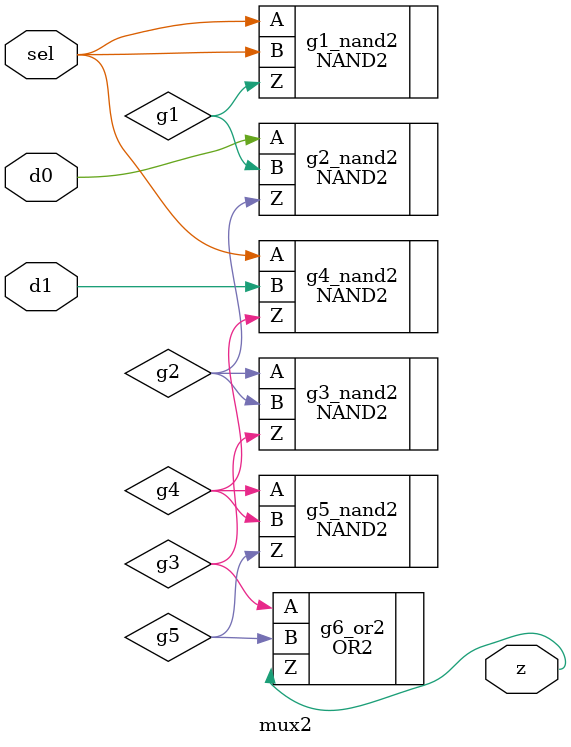
<source format=sv>
module mux2 (
    input logic d0,          // Data input 0
    input logic d1,          // Data input 1
    input logic sel,         // Select input
    output logic z           // Output
);

	// Put your code here
	// ------------------
	logic g1, g2, g3, g4, g5;

	NAND2 #(.Tpdlh(10), .Tpdhl(10)) g1_nand2(
		.A(sel),
		.B(sel),
		.Z(g1)
	);
	
	NAND2 #(.Tpdlh(10), .Tpdhl(10)) g2_nand2(
		.A(d0),
		.B(g1),
		.Z(g2)
	);
	
	NAND2 #(.Tpdlh(10), .Tpdhl(10)) g3_nand2(
		.A(g2),
		.B(g2),
		.Z(g3)
	);
	
	NAND2 #(.Tpdlh(10), .Tpdhl(10)) g4_nand2(
		.A(sel),
		.B(d1),
		.Z(g4)
	);
	
	NAND2 #(.Tpdlh(10), .Tpdhl(10)) g5_nand2(
		.A(g4),
		.B(g4),
		.Z(g5)
	);
		
	OR2 #(.Tpdlh(5), .Tpdhl(5)) g6_or2(
		.A(g3),
		.B(g5),
		.Z(z)
	);
	// End of your code
endmodule

</source>
